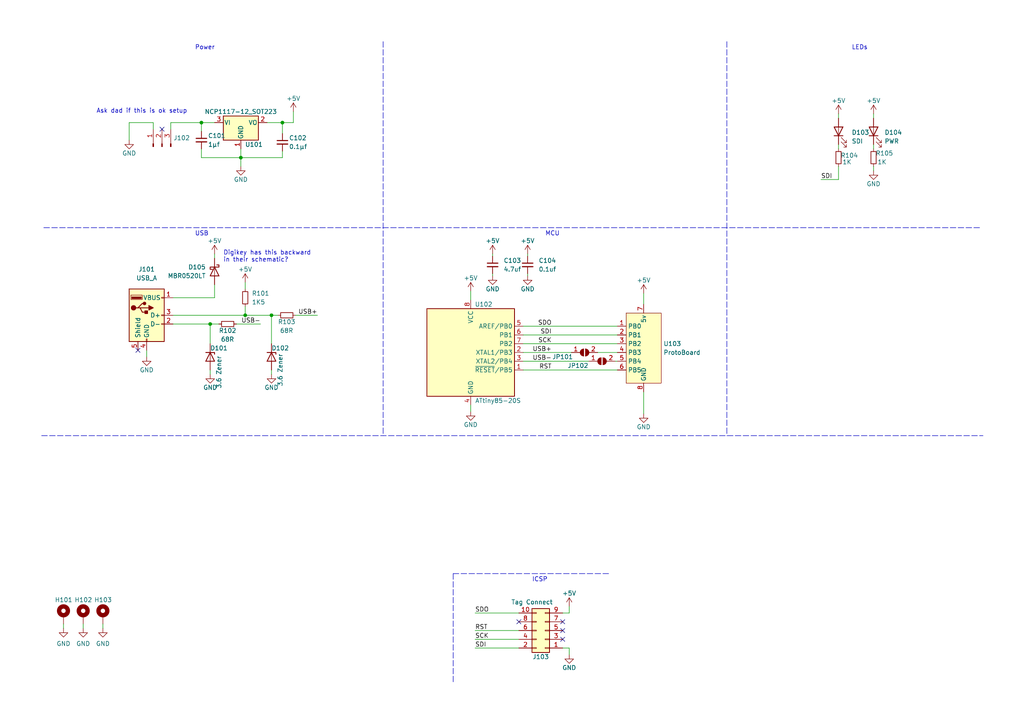
<source format=kicad_sch>
(kicad_sch (version 20211123) (generator eeschema)
  (paper "A4")
  (title_block (title "Contact Card") (date "${ISSUE}") (rev "${REVISION}") (comment 4 "${FULL_REVISION}"))
  (lib_symbols
    (symbol "BuisnessCardSpecial:ProtoBoard"
      (property "Reference" "U" (at 3.81 8.89 0))
      (property "Value" "ProtoBoard" (at 7.62 -8.89 0))
      (symbol "ProtoBoard_0_1"
        (rectangle (start -5.08 10.16) (end 5.08 -10.16) (fill (type background)))
      )
      (symbol "ProtoBoard_1_1"
        (pin bidirectional line (at -7.62 6.35 0) (length 2.54) (name "PB0") (number "1"))
        (pin bidirectional line (at -7.62 3.81 0) (length 2.54) (name "PB1") (number "2"))
        (pin bidirectional line (at -7.62 1.27 0) (length 2.54) (name "PB2") (number "3"))
        (pin bidirectional line (at -7.62 -1.27 0) (length 2.54) (name "PB3") (number "4"))
        (pin bidirectional line (at -7.62 -3.81 0) (length 2.54) (name "PB4") (number "5"))
        (pin bidirectional line (at -7.62 -6.35 0) (length 2.54) (name "PB5") (number "6"))
        (pin power_in line (at 0 12.7 270) (length 2.54) (name "5v") (number "7"))
        (pin power_in line (at 0 -12.7 90) (length 2.54) (name "GND") (number "8"))
      )
    )
    (symbol "Connector:Conn_01x03_Male" (pin_names (offset 1.016) hide)
      (property "Reference" "J" (at 0 5.08 0))
      (property "Value" "Conn_01x03_Male" (at 0 -5.08 0))
      (symbol "Conn_01x03_Male_1_1"
        (polyline (pts (xy 1.27 -2.54) (xy 0.8636 -2.54)) (stroke (width 0.1524)))
        (polyline (pts (xy 1.27 0) (xy 0.8636 0)) (stroke (width 0.1524)))
        (polyline (pts (xy 1.27 2.54) (xy 0.8636 2.54)) (stroke (width 0.1524)))
        (rectangle (start 0.8636 -2.413) (end 0 -2.667) (stroke (width 0.1524)) (fill (type outline)))
        (rectangle (start 0.8636 0.127) (end 0 -0.127) (stroke (width 0.1524)) (fill (type outline)))
        (rectangle (start 0.8636 2.667) (end 0 2.413) (stroke (width 0.1524)) (fill (type outline)))
        (pin passive line (at 5.08 2.54 180) (length 3.81) (name "Pin_1") (number "1"))
        (pin passive line (at 5.08 0 180) (length 3.81) (name "Pin_2") (number "2"))
        (pin passive line (at 5.08 -2.54 180) (length 3.81) (name "Pin_3") (number "3"))
      )
    )
    (symbol "Connector:USB_A" (pin_names (offset 1.016))
      (property "Reference" "J" (at -5.08 11.43 0))
      (property "Value" "USB_A" (at -5.08 8.89 0))
      (symbol "USB_A_0_1"
        (rectangle (start -5.08 -7.62) (end 5.08 7.62) (stroke (width 0.254)) (fill (type background)))
        (circle (center -3.81 2.159) (radius 0.635) (stroke (width 0.254)) (fill (type outline)))
        (rectangle (start -1.524 4.826) (end -4.318 5.334) (fill (type outline)))
        (rectangle (start -1.27 4.572) (end -4.572 5.842))
        (circle (center -0.635 3.429) (radius 0.381) (stroke (width 0.254)) (fill (type outline)))
        (rectangle (start -0.127 -7.62) (end 0.127 -6.858))
        (polyline (pts (xy -3.175 2.159) (xy -2.54 2.159) (xy -1.27 3.429) (xy -0.635 3.429)) (stroke (width 0.254)))
        (polyline (pts (xy -2.54 2.159) (xy -1.905 2.159) (xy -1.27 0.889) (xy 0 0.889)) (stroke (width 0.254)))
        (polyline (pts (xy 0.635 2.794) (xy 0.635 1.524) (xy 1.905 2.159) (xy 0.635 2.794)) (stroke (width 0.254)) (fill (type outline)))
        (rectangle (start 0.254 1.27) (end -0.508 0.508) (stroke (width 0.254)) (fill (type outline)))
        (rectangle (start 5.08 -2.667) (end 4.318 -2.413))
        (rectangle (start 5.08 -0.127) (end 4.318 0.127))
        (rectangle (start 5.08 4.953) (end 4.318 5.207))
      )
      (symbol "USB_A_1_1"
        (polyline (pts (xy -1.905 2.159) (xy 0.635 2.159)) (stroke (width 0.254)))
        (pin power_in line (at 7.62 5.08 180) (length 2.54) (name "VBUS") (number "1"))
        (pin bidirectional line (at 7.62 -2.54 180) (length 2.54) (name "D-") (number "2"))
        (pin bidirectional line (at 7.62 0 180) (length 2.54) (name "D+") (number "3"))
        (pin power_in line (at 0 -10.16 90) (length 2.54) (name "GND") (number "4"))
        (pin passive line (at -2.54 -10.16 90) (length 2.54) (name "Shield") (number "5"))
      )
    )
    (symbol "Connector_Generic:Conn_02x05_Odd_Even" (pin_names (offset 1.016) hide)
      (property "Reference" "J" (at 1.27 7.62 0))
      (property "Value" "Conn_02x05_Odd_Even" (at 1.27 -7.62 0))
      (symbol "Conn_02x05_Odd_Even_1_1"
        (rectangle (start -1.27 -4.953) (end 0 -5.207) (stroke (width 0.1524)))
        (rectangle (start -1.27 -2.413) (end 0 -2.667) (stroke (width 0.1524)))
        (rectangle (start -1.27 0.127) (end 0 -0.127) (stroke (width 0.1524)))
        (rectangle (start -1.27 2.667) (end 0 2.413) (stroke (width 0.1524)))
        (rectangle (start -1.27 5.207) (end 0 4.953) (stroke (width 0.1524)))
        (rectangle (start -1.27 6.35) (end 3.81 -6.35) (stroke (width 0.254)) (fill (type background)))
        (rectangle (start 3.81 -4.953) (end 2.54 -5.207) (stroke (width 0.1524)))
        (rectangle (start 3.81 -2.413) (end 2.54 -2.667) (stroke (width 0.1524)))
        (rectangle (start 3.81 0.127) (end 2.54 -0.127) (stroke (width 0.1524)))
        (rectangle (start 3.81 2.667) (end 2.54 2.413) (stroke (width 0.1524)))
        (rectangle (start 3.81 5.207) (end 2.54 4.953) (stroke (width 0.1524)))
        (pin passive line (at -5.08 5.08 0) (length 3.81) (name "Pin_1") (number "1"))
        (pin passive line (at 7.62 -5.08 180) (length 3.81) (name "Pin_10") (number "10"))
        (pin passive line (at 7.62 5.08 180) (length 3.81) (name "Pin_2") (number "2"))
        (pin passive line (at -5.08 2.54 0) (length 3.81) (name "Pin_3") (number "3"))
        (pin passive line (at 7.62 2.54 180) (length 3.81) (name "Pin_4") (number "4"))
        (pin passive line (at -5.08 0 0) (length 3.81) (name "Pin_5") (number "5"))
        (pin passive line (at 7.62 0 180) (length 3.81) (name "Pin_6") (number "6"))
        (pin passive line (at -5.08 -2.54 0) (length 3.81) (name "Pin_7") (number "7"))
        (pin passive line (at 7.62 -2.54 180) (length 3.81) (name "Pin_8") (number "8"))
        (pin passive line (at -5.08 -5.08 0) (length 3.81) (name "Pin_9") (number "9"))
      )
    )
    (symbol "Device:C_Small" (pin_numbers hide) (pin_names (offset 0.254) hide)
      (property "Reference" "C" (at 0.254 1.778 0))
      (property "Value" "C_Small" (at 0.254 -2.032 0))
      (symbol "C_Small_0_1"
        (polyline (pts (xy -1.524 -0.508) (xy 1.524 -0.508)) (stroke (width 0.3302)))
        (polyline (pts (xy -1.524 0.508) (xy 1.524 0.508)) (stroke (width 0.3048)))
      )
      (symbol "C_Small_1_1"
        (pin passive line (at 0 2.54 270) (length 2.032) (name "~") (number "1"))
        (pin passive line (at 0 -2.54 90) (length 2.032) (name "~") (number "2"))
      )
    )
    (symbol "Device:D_Zener" (pin_numbers hide) (pin_names (offset 1.016) hide)
      (property "Reference" "D" (at 0 2.54 0))
      (property "Value" "D_Zener" (at 0 -2.54 0))
      (symbol "D_Zener_0_1"
        (polyline (pts (xy 1.27 0) (xy -1.27 0)))
        (polyline (pts (xy -1.27 -1.27) (xy -1.27 1.27) (xy -0.762 1.27)) (stroke (width 0.254)))
        (polyline (pts (xy 1.27 -1.27) (xy 1.27 1.27) (xy -1.27 0) (xy 1.27 -1.27)) (stroke (width 0.254)))
      )
      (symbol "D_Zener_1_1"
        (pin passive line (at -3.81 0 0) (length 2.54) (name "K") (number "1"))
        (pin passive line (at 3.81 0 180) (length 2.54) (name "A") (number "2"))
      )
    )
    (symbol "Device:LED" (pin_numbers hide) (pin_names (offset 1.016) hide)
      (property "Reference" "D" (at 0 2.54 0))
      (property "Value" "LED" (at 0 -2.54 0))
      (symbol "LED_0_1"
        (polyline (pts (xy -1.27 -1.27) (xy -1.27 1.27)) (stroke (width 0.254)))
        (polyline (pts (xy -1.27 0) (xy 1.27 0)))
        (polyline (pts (xy 1.27 -1.27) (xy 1.27 1.27) (xy -1.27 0) (xy 1.27 -1.27)) (stroke (width 0.254)))
        (polyline (pts (xy -3.048 -0.762) (xy -4.572 -2.286) (xy -3.81 -2.286) (xy -4.572 -2.286) (xy -4.572 -1.524)))
        (polyline (pts (xy -1.778 -0.762) (xy -3.302 -2.286) (xy -2.54 -2.286) (xy -3.302 -2.286) (xy -3.302 -1.524)))
      )
      (symbol "LED_1_1"
        (pin passive line (at -3.81 0 0) (length 2.54) (name "K") (number "1"))
        (pin passive line (at 3.81 0 180) (length 2.54) (name "A") (number "2"))
      )
    )
    (symbol "Device:R_Small" (pin_numbers hide) (pin_names (offset 0.254) hide)
      (property "Reference" "R" (at 0.762 0.508 0))
      (property "Value" "R_Small" (at 0.762 -1.016 0))
      (symbol "R_Small_0_1"
        (rectangle (start -0.762 1.778) (end 0.762 -1.778) (stroke (width 0.2032)))
      )
      (symbol "R_Small_1_1"
        (pin passive line (at 0 2.54 270) (length 0.762) (name "~") (number "1"))
        (pin passive line (at 0 -2.54 90) (length 0.762) (name "~") (number "2"))
      )
    )
    (symbol "Diode:MBR0520LT" (pin_numbers hide) (pin_names (offset 1.016) hide)
      (property "Reference" "D" (at 0 2.54 0))
      (property "Value" "MBR0520LT" (at 0 -2.54 0))
      (symbol "MBR0520LT_0_1"
        (polyline (pts (xy 1.27 0) (xy -1.27 0)))
        (polyline (pts (xy 1.27 1.27) (xy 1.27 -1.27) (xy -1.27 0) (xy 1.27 1.27)) (stroke (width 0.254)))
        (polyline (pts (xy -1.905 0.635) (xy -1.905 1.27) (xy -1.27 1.27) (xy -1.27 -1.27) (xy -0.635 -1.27) (xy -0.635 -0.635)) (stroke (width 0.254)))
      )
      (symbol "MBR0520LT_1_1"
        (pin passive line (at -3.81 0 0) (length 2.54) (name "K") (number "1"))
        (pin passive line (at 3.81 0 180) (length 2.54) (name "A") (number "2"))
      )
    )
    (symbol "Jumper:SolderJumper_2_Open" (pin_names (offset 0) hide)
      (property "Reference" "JP" (at 0 2.032 0))
      (property "Value" "SolderJumper_2_Open" (at 0 -2.54 0))
      (symbol "SolderJumper_2_Open_0_1"
        (arc (start -0.254 1.016) (mid -1.27 0) (end -0.254 -1.016))
        (arc (start -0.254 1.016) (mid -1.27 0) (end -0.254 -1.016) (fill (type outline)))
        (polyline (pts (xy -0.254 1.016) (xy -0.254 -1.016)))
        (polyline (pts (xy 0.254 1.016) (xy 0.254 -1.016)))
        (arc (start 0.254 -1.016) (mid 1.27 0) (end 0.254 1.016))
        (arc (start 0.254 -1.016) (mid 1.27 0) (end 0.254 1.016) (fill (type outline)))
      )
      (symbol "SolderJumper_2_Open_1_1"
        (pin passive line (at -3.81 0 0) (length 2.54) (name "A") (number "1"))
        (pin passive line (at 3.81 0 180) (length 2.54) (name "B") (number "2"))
      )
    )
    (symbol "MCU_Microchip_ATtiny:ATtiny85-20S"
      (property "Reference" "U" (at -12.7 13.97 0))
      (property "Value" "ATtiny85-20S" (at 2.54 -13.97 0))
      (symbol "ATtiny85-20S_0_1"
        (rectangle (start -12.7 -12.7) (end 12.7 12.7) (stroke (width 0.254)) (fill (type background)))
      )
      (symbol "ATtiny85-20S_1_1"
        (pin bidirectional line (at 15.24 -5.08 180) (length 2.54) (name "~{RESET}/PB5") (number "1"))
        (pin bidirectional line (at 15.24 0 180) (length 2.54) (name "XTAL1/PB3") (number "2"))
        (pin bidirectional line (at 15.24 -2.54 180) (length 2.54) (name "XTAL2/PB4") (number "3"))
        (pin power_in line (at 0 -15.24 90) (length 2.54) (name "GND") (number "4"))
        (pin bidirectional line (at 15.24 7.62 180) (length 2.54) (name "AREF/PB0") (number "5"))
        (pin bidirectional line (at 15.24 5.08 180) (length 2.54) (name "PB1") (number "6"))
        (pin bidirectional line (at 15.24 2.54 180) (length 2.54) (name "PB2") (number "7"))
        (pin power_in line (at 0 15.24 270) (length 2.54) (name "VCC") (number "8"))
      )
    )
    (symbol "Mechanical:MountingHole_Pad" (pin_numbers hide) (pin_names (offset 1.016) hide)
      (property "Reference" "H" (at 0 6.35 0))
      (property "Value" "MountingHole_Pad" (at 0 4.445 0))
      (symbol "MountingHole_Pad_0_1"
        (circle (center 0 1.27) (radius 1.27) (stroke (width 1.27)))
      )
      (symbol "MountingHole_Pad_1_1"
        (pin input line (at 0 -2.54 90) (length 2.54) (name "1") (number "1"))
      )
    )
    (symbol "Regulator_Linear:NCP1117-12_SOT223" (pin_names (offset 0.254))
      (property "Reference" "U" (at -3.81 3.175 0))
      (property "Value" "NCP1117-12_SOT223" (at 0 3.175 0))
      (symbol "NCP1117-12_SOT223_0_1"
        (rectangle (start -5.08 -5.08) (end 5.08 1.905) (stroke (width 0.254)) (fill (type background)))
      )
      (symbol "NCP1117-12_SOT223_1_1"
        (pin power_in line (at 0 -7.62 90) (length 2.54) (name "GND") (number "1"))
        (pin power_out line (at 7.62 0 180) (length 2.54) (name "VO") (number "2"))
        (pin power_in line (at -7.62 0 0) (length 2.54) (name "VI") (number "3"))
      )
    )
    (symbol "power:+5V" (power) (pin_names (offset 0))
      (property "Value" "+5V" (at 0 3.556 0))
      (symbol "+5V_0_1"
        (polyline (pts (xy -0.762 1.27) (xy 0 2.54)))
        (polyline (pts (xy 0 0) (xy 0 2.54)))
        (polyline (pts (xy 0 2.54) (xy 0.762 1.27)))
      )
      (symbol "+5V_1_1"
        (pin power_in line (at 0 0 90) (length 0) hide (name "+5V") (number "1"))
      )
    )
    (symbol "power:GND" (power) (pin_names (offset 0))
      (property "Value" "GND" (at 0 -3.81 0))
      (symbol "GND_0_1"
        (polyline (pts (xy 0 0) (xy 0 -1.27) (xy 1.27 -1.27) (xy 0 -2.54) (xy -1.27 -1.27) (xy 0 -1.27)))
      )
      (symbol "GND_1_1"
        (pin power_in line (at 0 0 270) (length 0) hide (name "GND") (number "1"))
      )
    )
  )
  (junction (at 81.915 35.56))
  (junction (at 71.12 91.44))
  (junction (at 78.74 91.44))
  (junction (at 69.85 45.72))
  (junction (at 60.96 93.98))
  (junction (at 58.42 35.56))
  (no_connect (at 163.195 182.88))
  (no_connect (at 46.99 37.465))
  (no_connect (at 40.005 101.6))
  (no_connect (at 163.195 185.42))
  (no_connect (at 163.195 180.34))
  (no_connect (at 150.495 180.34))
  (wire (pts (xy 253.365 48.26) (xy 253.365 49.53)))
  (wire (pts (xy 137.795 185.42) (xy 150.495 185.42)))
  (wire (pts (xy 243.205 33.02) (xy 243.205 34.29)))
  (wire (pts (xy 44.45 35.56) (xy 44.45 37.465)))
  (wire (pts (xy 243.205 52.07) (xy 243.205 48.26)))
  (wire (pts (xy 50.165 91.44) (xy 71.12 91.44)))
  (wire (pts (xy 238.125 52.07) (xy 243.205 52.07)))
  (wire (pts (xy 165.1 175.895) (xy 165.1 177.8)))
  (wire (pts (xy 58.42 35.56) (xy 62.23 35.56)))
  (wire (pts (xy 151.765 107.315) (xy 179.07 107.315)))
  (wire (pts (xy 85.725 91.44) (xy 92.075 91.44)))
  (wire (pts (xy 186.69 113.665) (xy 186.69 120.015)))
  (wire (pts (xy 69.85 45.72) (xy 81.915 45.72)))
  (wire (pts (xy 142.875 79.375) (xy 142.875 80.01)))
  (polyline (pts (xy 12.065 126.365) (xy 285.115 126.365)))
  (wire (pts (xy 50.165 86.36) (xy 62.23 86.36)))
  (wire (pts (xy 18.415 182.245) (xy 18.415 180.975)))
  (wire (pts (xy 151.765 94.615) (xy 179.07 94.615)))
  (wire (pts (xy 81.915 35.56) (xy 81.915 38.735)))
  (wire (pts (xy 142.875 73.66) (xy 142.875 74.295)))
  (wire (pts (xy 58.42 45.72) (xy 69.85 45.72)))
  (wire (pts (xy 151.765 102.235) (xy 165.735 102.235)))
  (wire (pts (xy 136.525 117.475) (xy 136.525 119.38)))
  (wire (pts (xy 63.5 93.98) (xy 60.96 93.98)))
  (wire (pts (xy 62.23 86.36) (xy 62.23 82.55)))
  (wire (pts (xy 85.09 32.385) (xy 85.09 35.56)))
  (wire (pts (xy 136.525 84.455) (xy 136.525 86.995)))
  (wire (pts (xy 151.765 104.775) (xy 170.815 104.775)))
  (wire (pts (xy 153.035 73.66) (xy 153.035 74.295)))
  (wire (pts (xy 58.42 35.56) (xy 58.42 38.1)))
  (wire (pts (xy 78.74 99.695) (xy 78.74 91.44)))
  (wire (pts (xy 37.465 35.56) (xy 44.45 35.56)))
  (wire (pts (xy 71.12 91.44) (xy 78.74 91.44)))
  (wire (pts (xy 69.85 43.18) (xy 69.85 45.72)))
  (wire (pts (xy 62.23 73.66) (xy 62.23 74.93)))
  (wire (pts (xy 137.795 182.88) (xy 150.495 182.88)))
  (wire (pts (xy 37.465 40.64) (xy 37.465 35.56)))
  (wire (pts (xy 137.795 187.96) (xy 150.495 187.96)))
  (wire (pts (xy 81.915 35.56) (xy 85.09 35.56)))
  (polyline (pts (xy 12.7 66.04) (xy 284.48 66.04)))
  (wire (pts (xy 253.365 33.02) (xy 253.365 34.29)))
  (wire (pts (xy 151.765 97.155) (xy 179.07 97.155)))
  (wire (pts (xy 165.1 187.96) (xy 163.195 187.96)))
  (wire (pts (xy 78.74 91.44) (xy 80.645 91.44)))
  (wire (pts (xy 77.47 35.56) (xy 81.915 35.56)))
  (wire (pts (xy 253.365 41.91) (xy 253.365 43.18)))
  (wire (pts (xy 137.795 177.8) (xy 150.495 177.8)))
  (wire (pts (xy 186.69 85.09) (xy 186.69 88.265)))
  (wire (pts (xy 173.355 102.235) (xy 179.07 102.235)))
  (polyline (pts (xy 176.53 166.37) (xy 131.445 166.37)))
  (wire (pts (xy 75.565 93.98) (xy 68.58 93.98)))
  (polyline (pts (xy 131.445 166.37) (xy 131.445 198.12)))
  (wire (pts (xy 71.12 88.9) (xy 71.12 91.44)))
  (wire (pts (xy 243.205 41.91) (xy 243.205 43.18)))
  (wire (pts (xy 153.035 79.375) (xy 153.035 80.01)))
  (wire (pts (xy 60.96 93.98) (xy 60.96 99.695)))
  (polyline (pts (xy 111.125 12.065) (xy 111.125 126.365)))
  (wire (pts (xy 58.42 43.18) (xy 58.42 45.72)))
  (wire (pts (xy 69.85 45.72) (xy 69.85 48.26)))
  (wire (pts (xy 178.435 104.775) (xy 179.07 104.775)))
  (wire (pts (xy 29.845 182.245) (xy 29.845 180.975)))
  (wire (pts (xy 165.1 189.865) (xy 165.1 187.96)))
  (wire (pts (xy 49.53 35.56) (xy 58.42 35.56)))
  (wire (pts (xy 24.13 182.245) (xy 24.13 180.975)))
  (wire (pts (xy 71.12 81.915) (xy 71.12 83.82)))
  (polyline (pts (xy 210.82 12.065) (xy 210.82 126.365)))
  (wire (pts (xy 81.915 43.815) (xy 81.915 45.72)))
  (wire (pts (xy 42.545 101.6) (xy 42.545 103.505)))
  (wire (pts (xy 78.74 107.315) (xy 78.74 108.585)))
  (wire (pts (xy 60.96 93.98) (xy 50.165 93.98)))
  (wire (pts (xy 49.53 35.56) (xy 49.53 37.465)))
  (wire (pts (xy 60.96 107.315) (xy 60.96 108.585)))
  (wire (pts (xy 151.765 99.695) (xy 179.07 99.695)))
  (wire (pts (xy 165.1 177.8) (xy 163.195 177.8)))
  (text "Power" (at 56.515 14.605 0) (effects (font (size 1.27 1.27)) (justify left bottom)))
  (text "USB" (at 56.515 68.58 0) (effects (font (size 1.27 1.27)) (justify left bottom)))
  (text "LEDs" (at 247.015 14.605 0) (effects (font (size 1.27 1.27)) (justify left bottom)))
  (text "MCU" (at 158.115 68.58 0) (effects (font (size 1.27 1.27)) (justify left bottom)))
  (text "ICSP" (at 154.305 168.91 0) (effects (font (size 1.27 1.27)) (justify left bottom)))
  (text "Ask dad if this is ok setup" (at 27.94 33.02 0) (effects (font (size 1.27 1.27)) (justify left bottom)))
  (text "Digikey has this backward\nin their schematic?" (at 64.77 76.2 0) (effects (font (size 1.27 1.27)) (justify left bottom)))
  (label "SCK" (at 137.795 185.42 0))
  (label "USB-" (at 75.565 93.98 180))
  (label "SDI" (at 137.795 187.96 0))
  (label "USB+" (at 92.075 91.44 180))
  (label "SCK" (at 160.02 99.695 180))
  (label "RST" (at 160.02 107.315 180))
  (label "USB-" (at 160.02 104.775 180))
  (label "USB+" (at 160.02 102.235 180))
  (label "SDO" (at 137.795 177.8 0))
  (label "SDI" (at 160.02 97.155 180))
  (label "RST" (at 137.795 182.88 0))
  (label "SDI" (at 238.125 52.07 0))
  (label "SDO" (at 160.02 94.615 180))
  (symbol (lib_id "BuisnessCardSpecial:ProtoBoard") (at 186.69 100.965 0) (unit 1)
    (property "Reference" "U103" (at 192.405 99.6949 0) (effects (justify left)))
    (property "Value" "ProtoBoard" (at 192.405 102.2349 0) (effects (justify left)))
    (property "Footprint" "BuisnessCardSpecial:ProtoBoardLayout" (effects hide))
  )
  (symbol (lib_id "power:+5V") (at 62.23 73.66 0) (unit 1)
    (property "Reference" "#PWR?" (effects hide))
    (property "Value" "+5V" (at 62.23 69.85 0))
  )
  (symbol (lib_id "Connector_Generic:Conn_02x05_Odd_Even") (at 158.115 182.88 180) (unit 1)
    (property "Reference" "J103" (at 156.845 190.5 0))
    (property "Value" "Tag Connect" (at 154.305 174.625 0))
    (property "Footprint" "Connector:Tag-Connect_TC2050-IDC-NL_2x05_P1.27mm_Vertical" (effects hide))
  )
  (symbol (lib_id "Mechanical:MountingHole_Pad") (at 18.415 178.435 0) (unit 1)
    (property "Reference" "H101" (at 15.875 173.99 0) (effects (justify left)))
    (property "Value" "MountingHole_Pad" (effects hide))
    (property "Footprint" "MountingHole:MountingHole_2.2mm_M2_Pad" (effects hide))
  )
  (symbol (lib_id "power:GND") (at 165.1 189.865 0) (unit 1)
    (property "Reference" "#PWR0118" (effects hide))
    (property "Value" "GND" (at 165.1 193.675 0))
  )
  (symbol (lib_id "Jumper:SolderJumper_2_Open") (at 169.545 102.235 0) (unit 1)
    (property "Reference" "JP101" (at 163.195 103.505 0))
    (property "Value" "SolderJumper_2_Open" (effects hide))
    (property "Footprint" "Jumper:SolderJumper-2_P1.3mm_Open_Pad1.0x1.5mm" (effects hide))
  )
  (symbol (lib_id "Connector:Conn_01x03_Male") (at 46.99 42.545 90) (unit 1)
    (property "Reference" "J102" (at 52.705 40.005 90))
    (property "Value" "Conn_01x03_Male" (effects hide))
    (property "Footprint" "Connector_PinHeader_2.54mm:PinHeader_1x03_P2.54mm_Vertical" (effects hide))
  )
  (symbol (lib_id "Device:R_Small") (at 66.04 93.98 90) (unit 1)
    (property "Reference" "R102" (at 68.58 95.885 90) (effects (justify left)))
    (property "Value" "68R" (at 67.945 98.425 90) (effects (justify left)))
    (property "Footprint" "Resistor_SMD:R_0805_2012Metric" (effects hide))
  )
  (symbol (lib_id "power:+5V") (at 253.365 33.02 0) (unit 1)
    (property "Reference" "#PWR0122" (effects hide))
    (property "Value" "+5V" (at 253.365 29.21 0))
  )
  (symbol (lib_id "power:+5V") (at 85.09 32.385 0) (unit 1)
    (property "Reference" "#PWR0110" (effects hide))
    (property "Value" "+5V" (at 85.09 28.575 0))
  )
  (symbol (lib_id "power:GND") (at 29.845 182.245 0) (unit 1)
    (property "Reference" "#PWR0103" (effects hide))
    (property "Value" "GND" (at 29.845 186.69 0))
  )
  (symbol (lib_id "power:GND") (at 142.875 80.01 0) (unit 1)
    (property "Reference" "#PWR0114" (effects hide))
    (property "Value" "GND" (at 142.875 83.82 0))
  )
  (symbol (lib_id "power:+5V") (at 142.875 73.66 0) (unit 1)
    (property "Reference" "#PWR0113" (effects hide))
    (property "Value" "+5V" (at 142.875 69.85 0))
  )
  (symbol (lib_id "Diode:MBR0520LT") (at 62.23 78.74 270) (unit 1)
    (property "Reference" "D105" (at 59.69 77.47 90) (effects (justify right)))
    (property "Value" "MBR0520LT" (at 59.69 80.01 90) (effects (justify right)))
    (property "Footprint" "Diode_SMD:D_SOD-123" (effects hide))
    (property "Datasheet" "http://www.onsemi.com/pub_link/Collateral/MBR0520LT1-D.PDF" (effects hide))
  )
  (symbol (lib_id "power:+5V") (at 165.1 175.895 0) (unit 1)
    (property "Reference" "#PWR0117" (effects hide))
    (property "Value" "+5V" (at 165.1 172.085 0))
  )
  (symbol (lib_id "Device:R_Small") (at 71.12 86.36 0) (unit 1)
    (property "Reference" "R101" (at 73.025 85.09 0) (effects (justify left)))
    (property "Value" "1K5" (at 73.025 87.63 0) (effects (justify left)))
    (property "Footprint" "Resistor_SMD:R_0805_2012Metric" (effects hide))
  )
  (symbol (lib_id "Device:LED") (at 243.205 38.1 90) (unit 1)
    (property "Reference" "D103" (at 247.015 38.4174 90) (effects (justify right)))
    (property "Value" "SDI" (at 247.015 40.9574 90) (effects (justify right)))
    (property "Footprint" "LED_SMD:LED_0805_2012Metric" (effects hide))
  )
  (symbol (lib_id "power:GND") (at 136.525 119.38 0) (unit 1)
    (property "Reference" "#PWR0112" (effects hide))
    (property "Value" "GND" (at 136.525 123.19 0))
  )
  (symbol (lib_id "power:GND") (at 186.69 120.015 0) (unit 1)
    (property "Reference" "#PWR0120" (effects hide))
    (property "Value" "GND" (at 186.69 123.825 0))
  )
  (symbol (lib_id "Device:R_Small") (at 243.205 45.72 180) (unit 1)
    (property "Reference" "R104" (at 248.92 45.085 0) (effects (justify left)))
    (property "Value" "1K" (at 247.015 46.99 0) (effects (justify left)))
    (property "Footprint" "Resistor_SMD:R_0805_2012Metric" (effects hide))
  )
  (symbol (lib_id "power:GND") (at 24.13 182.245 0) (unit 1)
    (property "Reference" "#PWR0102" (effects hide))
    (property "Value" "GND" (at 24.13 186.69 0))
  )
  (symbol (lib_id "Device:LED") (at 253.365 38.1 90) (unit 1)
    (property "Reference" "D104" (at 256.54 38.4174 90) (effects (justify right)))
    (property "Value" "PWR" (at 256.54 40.9574 90) (effects (justify right)))
    (property "Footprint" "LED_SMD:LED_0805_2012Metric" (effects hide))
  )
  (symbol (lib_id "Mechanical:MountingHole_Pad") (at 24.13 178.435 0) (unit 1)
    (property "Reference" "H102" (at 21.59 173.99 0) (effects (justify left)))
    (property "Value" "MountingHole_Pad" (effects hide))
    (property "Footprint" "MountingHole:MountingHole_2.2mm_M2_Pad" (effects hide))
  )
  (symbol (lib_id "Connector:USB_A") (at 42.545 91.44 0) (unit 1)
    (property "Reference" "J101" (at 42.545 78.105 0))
    (property "Value" "USB_A" (at 42.545 80.645 0))
    (property "Footprint" "Connectors:usb-PCB" (effects hide))
    (property "Datasheet" " ~" (effects hide))
  )
  (symbol (lib_id "power:GND") (at 60.96 108.585 0) (unit 1)
    (property "Reference" "#PWR0107" (effects hide))
    (property "Value" "GND" (at 60.96 112.395 0))
  )
  (symbol (lib_id "power:GND") (at 153.035 80.01 0) (unit 1)
    (property "Reference" "#PWR0116" (effects hide))
    (property "Value" "GND" (at 153.035 83.82 0))
  )
  (symbol (lib_id "Device:D_Zener") (at 60.96 103.505 270) (unit 1)
    (property "Reference" "D101" (at 63.5 100.965 90))
    (property "Value" "3.6 Zener" (at 63.5 107.95 0))
    (property "Footprint" "Diode_SMD:D_0805_2012Metric" (effects hide))
  )
  (symbol (lib_id "power:GND") (at 253.365 49.53 0) (unit 1)
    (property "Reference" "#PWR0123" (effects hide))
    (property "Value" "GND" (at 253.365 53.34 0))
  )
  (symbol (lib_id "power:+5V") (at 136.525 84.455 0) (unit 1)
    (property "Reference" "#PWR0111" (effects hide))
    (property "Value" "+5V" (at 136.525 80.645 0))
  )
  (symbol (lib_id "power:+5V") (at 186.69 85.09 0) (unit 1)
    (property "Reference" "#PWR0119" (effects hide))
    (property "Value" "+5V" (at 186.69 81.28 0))
  )
  (symbol (lib_id "power:GND") (at 18.415 182.245 0) (unit 1)
    (property "Reference" "#PWR0101" (effects hide))
    (property "Value" "GND" (at 18.415 186.69 0))
  )
  (symbol (lib_id "power:GND") (at 78.74 108.585 0) (unit 1)
    (property "Reference" "#PWR0109" (effects hide))
    (property "Value" "GND" (at 78.74 112.395 0))
  )
  (symbol (lib_id "power:+5V") (at 71.12 81.915 0) (unit 1)
    (property "Reference" "#PWR0106" (effects hide))
    (property "Value" "+5V" (at 71.12 78.105 0))
  )
  (symbol (lib_id "Regulator_Linear:NCP1117-12_SOT223") (at 69.85 35.56 0) (unit 1)
    (property "Reference" "U101" (at 73.66 41.91 0))
    (property "Value" "NCP1117-12_SOT223" (at 69.85 32.385 0))
    (property "Footprint" "Package_TO_SOT_SMD:SOT-223-3_TabPin2" (effects hide))
    (property "Datasheet" "http://www.onsemi.com/pub_link/Collateral/NCP1117-D.PDF" (effects hide))
  )
  (symbol (lib_id "MCU_Microchip_ATtiny:ATtiny85-20S") (at 136.525 102.235 0) (unit 1)
    (property "Reference" "U102" (at 142.875 88.265 0) (effects (justify right)))
    (property "Value" "ATtiny85-20S" (at 151.13 116.205 0) (effects (justify right)))
    (property "Footprint" "Package_SO:SOIC-8W_5.3x5.3mm_P1.27mm" (effects hide))
    (property "Datasheet" "http://ww1.microchip.com/downloads/en/DeviceDoc/atmel-2586-avr-8-bit-microcontroller-attiny25-attiny45-attiny85_datasheet.pdf" (effects hide))
  )
  (symbol (lib_id "power:GND") (at 69.85 48.26 0) (unit 1)
    (property "Reference" "#PWR0108" (effects hide))
    (property "Value" "GND" (at 69.85 52.07 0))
  )
  (symbol (lib_id "Device:C_Small") (at 153.035 76.835 0) (unit 1)
    (property "Reference" "C104" (at 156.21 75.5712 0) (effects (justify left)))
    (property "Value" "0.1uf" (at 156.21 78.1112 0) (effects (justify left)))
    (property "Footprint" "Capacitor_SMD:C_0805_2012Metric" (effects hide))
  )
  (symbol (lib_id "Device:C_Small") (at 81.915 41.275 0) (unit 1)
    (property "Reference" "C102" (at 83.82 40.005 0) (effects (justify left)))
    (property "Value" "0.1μf" (at 83.82 42.545 0) (effects (justify left)))
    (property "Footprint" "Capacitor_SMD:C_0805_2012Metric" (effects hide))
  )
  (symbol (lib_id "Device:C_Small") (at 58.42 40.64 0) (unit 1)
    (property "Reference" "C101" (at 60.325 39.37 0) (effects (justify left)))
    (property "Value" "1μf" (at 60.325 41.91 0) (effects (justify left)))
    (property "Footprint" "Capacitor_SMD:C_0805_2012Metric" (effects hide))
  )
  (symbol (lib_id "Device:R_Small") (at 253.365 45.72 180) (unit 1)
    (property "Reference" "R105" (at 259.08 44.45 0) (effects (justify left)))
    (property "Value" "1K" (at 257.175 46.99 0) (effects (justify left)))
    (property "Footprint" "Resistor_SMD:R_0805_2012Metric" (effects hide))
  )
  (symbol (lib_id "Mechanical:MountingHole_Pad") (at 29.845 178.435 0) (unit 1)
    (property "Reference" "H103" (at 27.305 173.99 0) (effects (justify left)))
    (property "Value" "MountingHole_Pad" (effects hide))
    (property "Footprint" "MountingHole:MountingHole_2.2mm_M2_Pad" (effects hide))
  )
  (symbol (lib_id "power:GND") (at 37.465 40.64 0) (unit 1)
    (property "Reference" "#PWR0104" (effects hide))
    (property "Value" "GND" (at 37.465 44.45 0))
  )
  (symbol (lib_id "power:+5V") (at 243.205 33.02 0) (unit 1)
    (property "Reference" "#PWR0121" (effects hide))
    (property "Value" "+5V" (at 243.205 29.21 0))
  )
  (symbol (lib_id "Device:D_Zener") (at 78.74 103.505 270) (unit 1)
    (property "Reference" "D102" (at 81.28 100.965 90))
    (property "Value" "3.6 Zener" (at 81.28 107.315 0))
    (property "Footprint" "Diode_SMD:D_0805_2012Metric" (effects hide))
  )
  (symbol (lib_id "power:+5V") (at 153.035 73.66 0) (unit 1)
    (property "Reference" "#PWR0115" (effects hide))
    (property "Value" "+5V" (at 153.035 69.85 0))
  )
  (symbol (lib_id "Device:R_Small") (at 83.185 91.44 90) (unit 1)
    (property "Reference" "R103" (at 85.725 93.345 90) (effects (justify left)))
    (property "Value" "68R" (at 85.09 95.885 90) (effects (justify left)))
    (property "Footprint" "Resistor_SMD:R_0805_2012Metric" (effects hide))
  )
  (symbol (lib_id "power:GND") (at 42.545 103.505 0) (unit 1)
    (property "Reference" "#PWR0105" (effects hide))
    (property "Value" "GND" (at 42.545 107.315 0))
  )
  (symbol (lib_id "Jumper:SolderJumper_2_Open") (at 174.625 104.775 0) (unit 1)
    (property "Reference" "JP102" (at 167.64 106.045 0))
    (property "Value" "SolderJumper_2_Open" (effects hide))
    (property "Footprint" "Jumper:SolderJumper-2_P1.3mm_Open_Pad1.0x1.5mm" (effects hide))
  )
  (symbol (lib_id "Device:C_Small") (at 142.875 76.835 0) (unit 1)
    (property "Reference" "C103" (at 146.05 75.5712 0) (effects (justify left)))
    (property "Value" "4.7uf" (at 146.05 78.1112 0) (effects (justify left)))
    (property "Footprint" "Capacitor_SMD:C_0805_2012Metric" (effects hide))
  )
)
</source>
